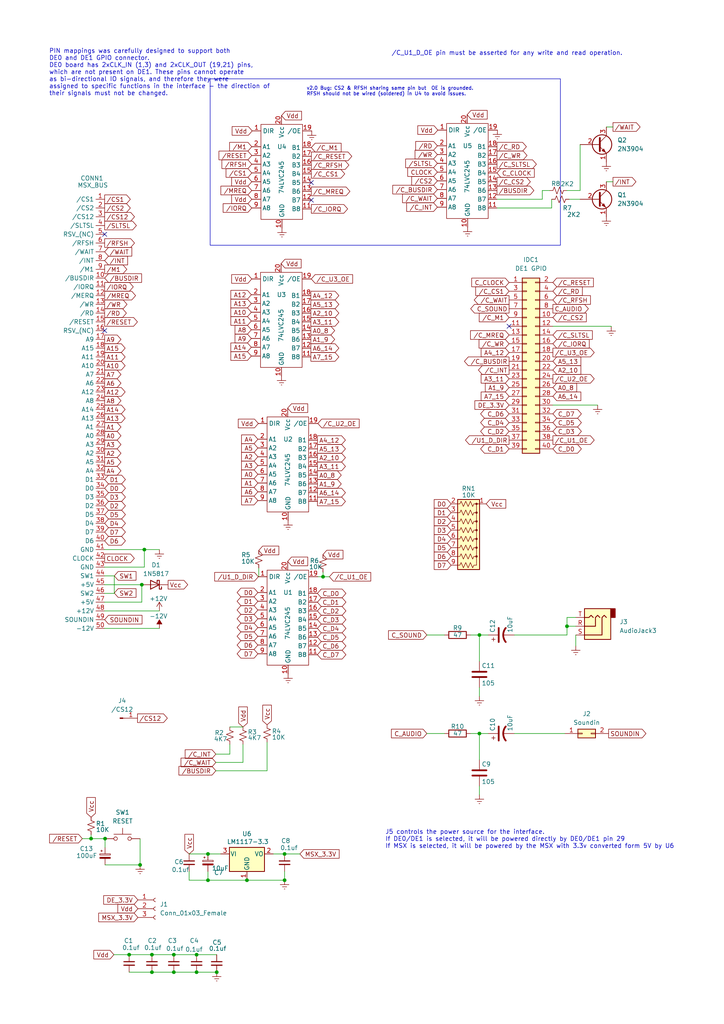
<source format=kicad_sch>
(kicad_sch (version 20231120) (generator "eeschema") (generator_version "8.0")
  (paper "A4" portrait)
  (title_block (title "MSX FPGA Hat") (date "2024-02-03") (rev "2.01") (company "RCC @ 2024") (comment 1 "to 3.3v systems with voltage conversion") (comment 2 "Cartridge for MSX Computers that expose the MSX BUS") (comment 3 "IDC connector pinout mapped for Altera DE1 FPGA Development Board") (comment 4 "Designed for MSX and Terasic DE0 & DE1"))
  (lib_symbols
    (symbol "74LVC245A_1"
      (property "Reference" "U" (at 0 0 0))
      (property "Value" "74LVC245A_1" (at 0 0 0))
      (symbol "74LVC245A_1_1_1"
        (pin input line (at -67.183 87.63 0) (length 2.54) (name "DIR") (number "1"))
        (pin power_in line (at -58.547 59.436 90) (length 2.54) (name "GND") (number "10"))
        (pin bidirectional line (at -50.038 65.024 180) (length 2.54) (name "B8") (number "11"))
        (pin bidirectional line (at -50.038 67.564 180) (length 2.54) (name "B7") (number "12"))
        (pin bidirectional line (at -50.038 70.104 180) (length 2.54) (name "B6") (number "13"))
        (pin bidirectional line (at -50.038 72.644 180) (length 2.54) (name "B5") (number "14"))
        (pin bidirectional line (at -50.038 75.184 180) (length 2.54) (name "B4") (number "15"))
        (pin bidirectional line (at -50.038 77.724 180) (length 2.54) (name "B3") (number "16"))
        (pin bidirectional line (at -50.038 80.264 180) (length 2.54) (name "B2") (number "17"))
        (pin bidirectional line (at -50.038 82.804 180) (length 2.54) (name "B1") (number "18"))
        (pin input line (at -49.911 87.63 180) (length 2.54) (name "/OE") (number "19"))
        (pin bidirectional line (at -67.31 83.058 0) (length 2.54) (name "A1") (number "2"))
        (pin power_in line (at -58.674 92.075 270) (length 2.54) (name "Vcc") (number "20"))
        (pin bidirectional line (at -67.31 80.518 0) (length 2.54) (name "A2") (number "3"))
        (pin bidirectional line (at -67.31 77.978 0) (length 2.54) (name "A3") (number "4"))
        (pin bidirectional line (at -67.31 75.438 0) (length 2.54) (name "A4") (number "5"))
        (pin bidirectional line (at -67.31 72.898 0) (length 2.54) (name "A5") (number "6"))
        (pin bidirectional line (at -67.31 70.358 0) (length 2.54) (name "A6") (number "7"))
        (pin bidirectional line (at -67.31 67.818 0) (length 2.54) (name "A7") (number "8"))
        (pin bidirectional line (at -67.31 65.278 0) (length 2.54) (name "A8") (number "9"))
      )
    )
    (symbol "74LVC245A_2"
      (property "Reference" "U" (at 0 0 0))
      (property "Value" "74LVC245A_2" (at 0 0 0))
      (symbol "74LVC245A_2_1_1"
        (pin input line (at -67.183 87.63 0) (length 2.54) (name "DIR") (number "1"))
        (pin power_in line (at -58.547 59.436 90) (length 2.54) (name "GND") (number "10"))
        (pin bidirectional line (at -50.038 65.024 180) (length 2.54) (name "B8") (number "11"))
        (pin bidirectional line (at -50.038 67.564 180) (length 2.54) (name "B7") (number "12"))
        (pin bidirectional line (at -50.038 70.104 180) (length 2.54) (name "B6") (number "13"))
        (pin bidirectional line (at -50.038 72.644 180) (length 2.54) (name "B5") (number "14"))
        (pin bidirectional line (at -50.038 75.184 180) (length 2.54) (name "B4") (number "15"))
        (pin bidirectional line (at -50.038 77.724 180) (length 2.54) (name "B3") (number "16"))
        (pin bidirectional line (at -50.038 80.264 180) (length 2.54) (name "B2") (number "17"))
        (pin bidirectional line (at -50.038 82.804 180) (length 2.54) (name "B1") (number "18"))
        (pin input line (at -49.911 87.63 180) (length 2.54) (name "/OE") (number "19"))
        (pin bidirectional line (at -67.31 83.058 0) (length 2.54) (name "A1") (number "2"))
        (pin power_in line (at -58.674 92.075 270) (length 2.54) (name "Vcc") (number "20"))
        (pin bidirectional line (at -67.31 80.518 0) (length 2.54) (name "A2") (number "3"))
        (pin bidirectional line (at -67.31 77.978 0) (length 2.54) (name "A3") (number "4"))
        (pin bidirectional line (at -67.31 75.438 0) (length 2.54) (name "A4") (number "5"))
        (pin bidirectional line (at -67.31 72.898 0) (length 2.54) (name "A5") (number "6"))
        (pin bidirectional line (at -67.31 70.358 0) (length 2.54) (name "A6") (number "7"))
        (pin bidirectional line (at -67.31 67.818 0) (length 2.54) (name "A7") (number "8"))
        (pin bidirectional line (at -67.31 65.278 0) (length 2.54) (name "A8") (number "9"))
      )
    )
    (symbol "74LVC245A_3"
      (property "Reference" "U" (at 0 0 0))
      (property "Value" "74LVC245A_3" (at 0 0 0))
      (symbol "74LVC245A_3_1_1"
        (pin input line (at -67.183 87.63 0) (length 2.54) (name "DIR") (number "1"))
        (pin power_in line (at -58.547 59.436 90) (length 2.54) (name "GND") (number "10"))
        (pin bidirectional line (at -50.038 65.024 180) (length 2.54) (name "B8") (number "11"))
        (pin bidirectional line (at -50.038 67.564 180) (length 2.54) (name "B7") (number "12"))
        (pin bidirectional line (at -50.038 70.104 180) (length 2.54) (name "B6") (number "13"))
        (pin bidirectional line (at -50.038 72.644 180) (length 2.54) (name "B5") (number "14"))
        (pin bidirectional line (at -50.038 75.184 180) (length 2.54) (name "B4") (number "15"))
        (pin bidirectional line (at -50.038 77.724 180) (length 2.54) (name "B3") (number "16"))
        (pin bidirectional line (at -50.038 80.264 180) (length 2.54) (name "B2") (number "17"))
        (pin bidirectional line (at -50.038 82.804 180) (length 2.54) (name "B1") (number "18"))
        (pin input line (at -49.911 87.63 180) (length 2.54) (name "/OE") (number "19"))
        (pin bidirectional line (at -67.31 83.058 0) (length 2.54) (name "A1") (number "2"))
        (pin power_in line (at -58.674 92.075 270) (length 2.54) (name "Vcc") (number "20"))
        (pin bidirectional line (at -67.31 80.518 0) (length 2.54) (name "A2") (number "3"))
        (pin bidirectional line (at -67.31 77.978 0) (length 2.54) (name "A3") (number "4"))
        (pin bidirectional line (at -67.31 75.438 0) (length 2.54) (name "A4") (number "5"))
        (pin bidirectional line (at -67.31 72.898 0) (length 2.54) (name "A5") (number "6"))
        (pin bidirectional line (at -67.31 70.358 0) (length 2.54) (name "A6") (number "7"))
        (pin bidirectional line (at -67.31 67.818 0) (length 2.54) (name "A7") (number "8"))
        (pin bidirectional line (at -67.31 65.278 0) (length 2.54) (name "A8") (number "9"))
      )
    )
    (symbol "74LVC245A_4"
      (property "Reference" "U" (at 0 0 0))
      (property "Value" "74LVC245A_4" (at 0 0 0))
      (symbol "74LVC245A_4_1_1"
        (pin input line (at -67.183 87.63 0) (length 2.54) (name "DIR") (number "1"))
        (pin power_in line (at -58.547 59.436 90) (length 2.54) (name "GND") (number "10"))
        (pin bidirectional line (at -50.038 65.024 180) (length 2.54) (name "B8") (number "11"))
        (pin bidirectional line (at -50.038 67.564 180) (length 2.54) (name "B7") (number "12"))
        (pin bidirectional line (at -50.038 70.104 180) (length 2.54) (name "B6") (number "13"))
        (pin bidirectional line (at -50.038 72.644 180) (length 2.54) (name "B5") (number "14"))
        (pin bidirectional line (at -50.038 75.184 180) (length 2.54) (name "B4") (number "15"))
        (pin bidirectional line (at -50.038 77.724 180) (length 2.54) (name "B3") (number "16"))
        (pin bidirectional line (at -50.038 80.264 180) (length 2.54) (name "B2") (number "17"))
        (pin bidirectional line (at -50.038 82.804 180) (length 2.54) (name "B1") (number "18"))
        (pin input line (at -49.911 87.63 180) (length 2.54) (name "/OE") (number "19"))
        (pin bidirectional line (at -67.31 83.058 0) (length 2.54) (name "A1") (number "2"))
        (pin power_in line (at -58.674 92.075 270) (length 2.54) (name "Vcc") (number "20"))
        (pin bidirectional line (at -67.31 80.518 0) (length 2.54) (name "A2") (number "3"))
        (pin bidirectional line (at -67.31 77.978 0) (length 2.54) (name "A3") (number "4"))
        (pin bidirectional line (at -67.31 75.438 0) (length 2.54) (name "A4") (number "5"))
        (pin bidirectional line (at -67.31 72.898 0) (length 2.54) (name "A5") (number "6"))
        (pin bidirectional line (at -67.31 70.358 0) (length 2.54) (name "A6") (number "7"))
        (pin bidirectional line (at -67.31 67.818 0) (length 2.54) (name "A7") (number "8"))
        (pin bidirectional line (at -67.31 65.278 0) (length 2.54) (name "A8") (number "9"))
      )
    )
    (symbol "Connector:Conn_01x01_Pin" (pin_names (offset 1.016) hide)
      (property "Reference" "J" (at 0 2.54 0))
      (property "Value" "Conn_01x01_Pin" (at 0 -2.54 0))
      (symbol "Conn_01x01_Pin_1_1"
        (pin passive line (at 5.08 0 180) (length 3.81) (name "Pin_1") (number "1"))
      )
    )
    (symbol "Connector:Conn_01x03_Female" (pin_names (offset 1.016) hide)
      (property "Reference" "J" (at 0 5.08 0))
      (property "Value" "Conn_01x03_Female" (at 0 -5.08 0))
      (symbol "Conn_01x03_Female_1_1"
        (pin passive line (at -5.08 2.54 0) (length 3.81) (name "Pin_1") (number "1"))
        (pin passive line (at -5.08 0 0) (length 3.81) (name "Pin_2") (number "2"))
        (pin passive line (at -5.08 -2.54 0) (length 3.81) (name "Pin_3") (number "3"))
      )
    )
    (symbol "Connector_Audio:AudioJack3"
      (property "Reference" "J" (at 0 8.89 0))
      (property "Value" "AudioJack3" (at 0 6.35 0))
      (symbol "AudioJack3_1_1"
        (pin passive line (at 5.08 0 180) (length 2.54) (name "~") (number "R"))
        (pin passive line (at 5.08 2.54 180) (length 2.54) (name "~") (number "S"))
        (pin passive line (at 5.08 -2.54 180) (length 2.54) (name "~") (number "T"))
      )
    )
    (symbol "Connector_Generic:Conn_02x01" (pin_names (offset 1.016) hide)
      (property "Reference" "J" (at 1.27 2.54 0))
      (property "Value" "Conn_02x01" (at 1.27 -2.54 0))
      (symbol "Conn_02x01_1_1"
        (pin passive line (at -5.08 0 0) (length 3.81) (name "Pin_1") (number "1"))
        (pin passive line (at 7.62 0 180) (length 3.81) (name "Pin_2") (number "2"))
      )
    )
    (symbol "Connector_Generic:Conn_02x20_Odd_Even" (pin_names (offset 1.016) hide)
      (property "Reference" "J" (at 1.27 25.4 0))
      (property "Value" "Conn_02x20_Odd_Even" (at 1.27 -27.94 0))
      (symbol "Conn_02x20_Odd_Even_1_1"
        (pin passive line (at -5.08 22.86 0) (length 3.81) (name "Pin_1") (number "1"))
        (pin passive line (at 7.62 12.7 180) (length 3.81) (name "Pin_10") (number "10"))
        (pin passive line (at -5.08 10.16 0) (length 3.81) (name "Pin_11") (number "11"))
        (pin passive line (at 7.62 10.16 180) (length 3.81) (name "Pin_12") (number "12"))
        (pin passive line (at -5.08 7.62 0) (length 3.81) (name "Pin_13") (number "13"))
        (pin passive line (at 7.62 7.62 180) (length 3.81) (name "Pin_14") (number "14"))
        (pin passive line (at -5.08 5.08 0) (length 3.81) (name "Pin_15") (number "15"))
        (pin passive line (at 7.62 5.08 180) (length 3.81) (name "Pin_16") (number "16"))
        (pin passive line (at -5.08 2.54 0) (length 3.81) (name "Pin_17") (number "17"))
        (pin passive line (at 7.62 2.54 180) (length 3.81) (name "Pin_18") (number "18"))
        (pin passive line (at -5.08 0 0) (length 3.81) (name "Pin_19") (number "19"))
        (pin passive line (at 7.62 22.86 180) (length 3.81) (name "Pin_2") (number "2"))
        (pin passive line (at 7.62 0 180) (length 3.81) (name "Pin_20") (number "20"))
        (pin passive line (at -5.08 -2.54 0) (length 3.81) (name "Pin_21") (number "21"))
        (pin passive line (at 7.62 -2.54 180) (length 3.81) (name "Pin_22") (number "22"))
        (pin passive line (at -5.08 -5.08 0) (length 3.81) (name "Pin_23") (number "23"))
        (pin passive line (at 7.62 -5.08 180) (length 3.81) (name "Pin_24") (number "24"))
        (pin passive line (at -5.08 -7.62 0) (length 3.81) (name "Pin_25") (number "25"))
        (pin passive line (at 7.62 -7.62 180) (length 3.81) (name "Pin_26") (number "26"))
        (pin passive line (at -5.08 -10.16 0) (length 3.81) (name "Pin_27") (number "27"))
        (pin passive line (at 7.62 -10.16 180) (length 3.81) (name "Pin_28") (number "28"))
        (pin passive line (at -5.08 -12.7 0) (length 3.81) (name "Pin_29") (number "29"))
        (pin passive line (at -5.08 20.32 0) (length 3.81) (name "Pin_3") (number "3"))
        (pin passive line (at 7.62 -12.7 180) (length 3.81) (name "Pin_30") (number "30"))
        (pin passive line (at -5.08 -15.24 0) (length 3.81) (name "Pin_31") (number "31"))
        (pin passive line (at 7.62 -15.24 180) (length 3.81) (name "Pin_32") (number "32"))
        (pin passive line (at -5.08 -17.78 0) (length 3.81) (name "Pin_33") (number "33"))
        (pin passive line (at 7.62 -17.78 180) (length 3.81) (name "Pin_34") (number "34"))
        (pin passive line (at -5.08 -20.32 0) (length 3.81) (name "Pin_35") (number "35"))
        (pin passive line (at 7.62 -20.32 180) (length 3.81) (name "Pin_36") (number "36"))
        (pin passive line (at -5.08 -22.86 0) (length 3.81) (name "Pin_37") (number "37"))
        (pin passive line (at 7.62 -22.86 180) (length 3.81) (name "Pin_38") (number "38"))
        (pin passive line (at -5.08 -25.4 0) (length 3.81) (name "Pin_39") (number "39"))
        (pin passive line (at 7.62 20.32 180) (length 3.81) (name "Pin_4") (number "4"))
        (pin passive line (at 7.62 -25.4 180) (length 3.81) (name "Pin_40") (number "40"))
        (pin passive line (at -5.08 17.78 0) (length 3.81) (name "Pin_5") (number "5"))
        (pin passive line (at 7.62 17.78 180) (length 3.81) (name "Pin_6") (number "6"))
        (pin passive line (at -5.08 15.24 0) (length 3.81) (name "Pin_7") (number "7"))
        (pin passive line (at 7.62 15.24 180) (length 3.81) (name "Pin_8") (number "8"))
        (pin passive line (at -5.08 12.7 0) (length 3.81) (name "Pin_9") (number "9"))
      )
    )
    (symbol "Device:C" (pin_numbers hide) (pin_names (offset 0.254))
      (property "Reference" "C" (at 0.635 2.54 0))
      (property "Value" "C" (at 0.635 -2.54 0))
      (symbol "C_1_1"
        (pin passive line (at 0 3.81 270) (length 2.794) (name "~") (number "1"))
        (pin passive line (at 0 -3.81 90) (length 2.794) (name "~") (number "2"))
      )
    )
    (symbol "Device:C_Polarized_Small" (pin_numbers hide) (pin_names (offset 0.254) hide)
      (property "Reference" "C" (at 0.254 1.778 0))
      (property "Value" "C_Polarized_Small" (at 0.254 -2.032 0))
      (symbol "C_Polarized_Small_1_1"
        (pin passive line (at 0 2.54 270) (length 1.8542) (name "~") (number "1"))
        (pin passive line (at 0 -2.54 90) (length 1.8542) (name "~") (number "2"))
      )
    )
    (symbol "Device:C_Small" (pin_numbers hide) (pin_names (offset 0.254) hide)
      (property "Reference" "C" (at 0.254 1.778 0))
      (property "Value" "C_Small" (at 0.254 -2.032 0))
      (symbol "C_Small_1_1"
        (pin passive line (at 0 2.54 270) (length 2.032) (name "~") (number "1"))
        (pin passive line (at 0 -2.54 90) (length 2.032) (name "~") (number "2"))
      )
    )
    (symbol "Device:R" (pin_numbers hide) (pin_names (offset 0))
      (property "Reference" "R" (at 2.032 0 90))
      (property "Value" "R" (at 0 0 90))
      (symbol "R_1_1"
        (pin passive line (at 0 3.81 270) (length 1.27) (name "~") (number "1"))
        (pin passive line (at 0 -3.81 90) (length 1.27) (name "~") (number "2"))
      )
    )
    (symbol "Device:R_Network08_US" (pin_names (offset 0) hide)
      (property "Reference" "RN" (at -12.7 0 90))
      (property "Value" "R_Network08_US" (at 10.16 0 90))
      (symbol "R_Network08_US_1_1"
        (pin passive line (at -10.16 5.08 270) (length 2.54) (name "common") (number "1"))
        (pin passive line (at -10.16 -5.08 90) (length 1.27) (name "R1") (number "2"))
        (pin passive line (at -7.62 -5.08 90) (length 1.27) (name "R2") (number "3"))
        (pin passive line (at -5.08 -5.08 90) (length 1.27) (name "R3") (number "4"))
        (pin passive line (at -2.54 -5.08 90) (length 1.27) (name "R4") (number "5"))
        (pin passive line (at 0 -5.08 90) (length 1.27) (name "R5") (number "6"))
        (pin passive line (at 2.54 -5.08 90) (length 1.27) (name "R6") (number "7"))
        (pin passive line (at 5.08 -5.08 90) (length 1.27) (name "R7") (number "8"))
        (pin passive line (at 7.62 -5.08 90) (length 1.27) (name "R8") (number "9"))
      )
    )
    (symbol "Device:R_Small_US" (pin_numbers hide) (pin_names (offset 0.254) hide)
      (property "Reference" "R" (at 0.762 0.508 0))
      (property "Value" "R_Small_US" (at 0.762 -1.016 0))
      (symbol "R_Small_US_1_1"
        (pin passive line (at 0 2.54 270) (length 1.016) (name "~") (number "1"))
        (pin passive line (at 0 -2.54 90) (length 1.016) (name "~") (number "2"))
      )
    )
    (symbol "Diode:1N5817" (pin_numbers hide) (pin_names (offset 1.016) hide)
      (property "Reference" "D" (at 0 2.54 0))
      (property "Value" "1N5817" (at 0 -2.54 0))
      (symbol "1N5817_1_1"
        (pin passive line (at -3.81 0 0) (length 2.54) (name "K") (number "1"))
        (pin passive line (at 3.81 0 180) (length 2.54) (name "A") (number "2"))
      )
    )
    (symbol "Omega-Mainboard-rescue:CP1-Device" (pin_numbers hide) (pin_names (offset 0.254) hide)
      (property "Reference" "C" (at 0.635 2.54 0))
      (property "Value" "Device_CP1" (at 0.635 -2.54 0))
      (symbol "CP1-Device_1_1"
        (pin passive line (at 0 3.81 270) (length 2.794) (name "~") (number "1"))
        (pin passive line (at 0 -3.81 90) (length 3.302) (name "~") (number "2"))
      )
    )
    (symbol "Regulator_Linear:LM1117-3.3" (pin_names (offset 0.254))
      (property "Reference" "U" (at -3.81 3.175 0))
      (property "Value" "LM1117-3.3" (at 0 3.175 0))
      (symbol "LM1117-3.3_1_1"
        (pin power_in line (at 0 -7.62 90) (length 2.54) (name "GND") (number "1"))
        (pin power_out line (at 7.62 0 180) (length 2.54) (name "VO") (number "2"))
        (pin power_in line (at -7.62 0 0) (length 2.54) (name "VI") (number "3"))
      )
    )
    (symbol "Roni:74LVC245A"
      (property "Reference" "U" (at 0 0 0))
      (property "Value" "74LVC245A" (at 0 0 0))
      (symbol "74LVC245A_1_1"
        (pin input line (at -67.183 87.63 0) (length 2.54) (name "DIR") (number "1"))
        (pin power_in line (at -58.547 59.436 90) (length 2.54) (name "GND") (number "10"))
        (pin bidirectional line (at -50.038 65.024 180) (length 2.54) (name "B8") (number "11"))
        (pin bidirectional line (at -50.038 67.564 180) (length 2.54) (name "B7") (number "12"))
        (pin bidirectional line (at -50.038 70.104 180) (length 2.54) (name "B6") (number "13"))
        (pin bidirectional line (at -50.038 72.644 180) (length 2.54) (name "B5") (number "14"))
        (pin bidirectional line (at -50.038 75.184 180) (length 2.54) (name "B4") (number "15"))
        (pin bidirectional line (at -50.038 77.724 180) (length 2.54) (name "B3") (number "16"))
        (pin bidirectional line (at -50.038 80.264 180) (length 2.54) (name "B2") (number "17"))
        (pin bidirectional line (at -50.038 82.804 180) (length 2.54) (name "B1") (number "18"))
        (pin input line (at -49.911 87.63 180) (length 2.54) (name "/OE") (number "19"))
        (pin bidirectional line (at -67.31 83.058 0) (length 2.54) (name "A1") (number "2"))
        (pin power_in line (at -58.674 92.075 270) (length 2.54) (name "Vcc") (number "20"))
        (pin bidirectional line (at -67.31 80.518 0) (length 2.54) (name "A2") (number "3"))
        (pin bidirectional line (at -67.31 77.978 0) (length 2.54) (name "A3") (number "4"))
        (pin bidirectional line (at -67.31 75.438 0) (length 2.54) (name "A4") (number "5"))
        (pin bidirectional line (at -67.31 72.898 0) (length 2.54) (name "A5") (number "6"))
        (pin bidirectional line (at -67.31 70.358 0) (length 2.54) (name "A6") (number "7"))
        (pin bidirectional line (at -67.31 67.818 0) (length 2.54) (name "A7") (number "8"))
        (pin bidirectional line (at -67.31 65.278 0) (length 2.54) (name "A8") (number "9"))
      )
    )
    (symbol "Roni:MSX_BUS"
      (property "Reference" "U" (at 0 0 0))
      (property "Value" "MSX_BUS" (at 0 0 0))
      (symbol "MSX_BUS_1_1"
        (pin output line (at -67.945 88.392 180) (length 2.54) (name "/CS1") (number "1"))
        (pin output line (at -67.945 65.532 180) (length 2.54) (name "/BUSDIR") (number "10"))
        (pin output line (at -67.945 62.992 180) (length 2.54) (name "/IORQ") (number "11"))
        (pin output line (at -67.945 60.452 180) (length 2.54) (name "/MERQ") (number "12"))
        (pin output line (at -67.945 57.912 180) (length 2.54) (name "/WR") (number "13"))
        (pin output line (at -67.945 55.372 180) (length 2.54) (name "/RD") (number "14"))
        (pin input line (at -67.945 52.832 180) (length 2.54) (name "/RESET") (number "15"))
        (pin output line (at -67.945 50.292 180) (length 2.54) (name "RSV_(NC)") (number "16"))
        (pin output line (at -67.945 47.752 180) (length 2.54) (name "A9") (number "17"))
        (pin output line (at -67.945 45.212 180) (length 2.54) (name "A15") (number "18"))
        (pin output line (at -67.945 42.672 180) (length 2.54) (name "A11") (number "19"))
        (pin output line (at -67.945 85.852 180) (length 2.54) (name "/CS2") (number "2"))
        (pin output line (at -67.945 40.132 180) (length 2.54) (name "A10") (number "20"))
        (pin output line (at -67.945 37.592 180) (length 2.54) (name "A7") (number "21"))
        (pin output line (at -67.945 35.052 180) (length 2.54) (name "A6") (number "22"))
        (pin output line (at -67.945 32.512 180) (length 2.54) (name "A12") (number "23"))
        (pin output line (at -67.945 29.972 180) (length 2.54) (name "A8") (number "24"))
        (pin output line (at -67.945 27.432 180) (length 2.54) (name "A14") (number "25"))
        (pin output line (at -67.945 24.892 180) (length 2.54) (name "A13") (number "26"))
        (pin output line (at -67.945 22.352 180) (length 2.54) (name "A1") (number "27"))
        (pin output line (at -67.945 19.812 180) (length 2.54) (name "A0") (number "28"))
        (pin output line (at -67.945 17.272 180) (length 2.54) (name "A3") (number "29"))
        (pin output line (at -67.945 83.312 180) (length 2.54) (name "/CS12") (number "3"))
        (pin output line (at -67.945 14.732 180) (length 2.54) (name "A2") (number "30"))
        (pin output line (at -67.945 12.192 180) (length 2.54) (name "A5") (number "31"))
        (pin output line (at -67.945 9.652 180) (length 2.54) (name "A4") (number "32"))
        (pin output line (at -67.945 7.112 180) (length 2.54) (name "D1") (number "33"))
        (pin output line (at -67.945 4.572 180) (length 2.54) (name "D0") (number "34"))
        (pin output line (at -67.945 2.032 180) (length 2.54) (name "D3") (number "35"))
        (pin output line (at -67.945 -0.508 180) (length 2.54) (name "D2") (number "36"))
        (pin output line (at -67.945 -3.048 180) (length 2.54) (name "D5") (number "37"))
        (pin output line (at -67.945 -5.588 180) (length 2.54) (name "D4") (number "38"))
        (pin output line (at -67.945 -8.128 180) (length 2.54) (name "D7") (number "39"))
        (pin output line (at -67.945 80.772 180) (length 2.54) (name "/SLTSL") (number "4"))
        (pin output line (at -67.945 -10.668 180) (length 2.54) (name "D6") (number "40"))
        (pin output line (at -67.945 -13.208 180) (length 2.54) (name "GND") (number "41"))
        (pin output line (at -67.945 -15.748 180) (length 2.54) (name "CLOCK") (number "42"))
        (pin output line (at -67.945 -18.288 180) (length 2.54) (name "GND") (number "43"))
        (pin output line (at -67.945 -20.828 180) (length 2.54) (name "SW1") (number "44"))
        (pin output line (at -67.945 -23.368 180) (length 2.54) (name "+5V") (number "45"))
        (pin output line (at -67.945 -25.908 180) (length 2.54) (name "SW2") (number "46"))
        (pin output line (at -67.945 -28.448 180) (length 2.54) (name "+5V") (number "47"))
        (pin output line (at -67.945 -30.988 180) (length 2.54) (name "+12V") (number "48"))
        (pin output line (at -67.945 -33.528 180) (length 2.54) (name "SOUNDIN") (number "49"))
        (pin output line (at -67.945 78.232 180) (length 2.54) (name "RSV_(NC)") (number "5"))
        (pin output line (at -67.945 -36.068 180) (length 2.54) (name "-12V") (number "50"))
        (pin output line (at -67.945 75.692 180) (length 2.54) (name "/RFSH") (number "6"))
        (pin output line (at -67.945 73.152 180) (length 2.54) (name "/WAIT") (number "7"))
        (pin output line (at -67.945 70.612 180) (length 2.54) (name "/INT") (number "8"))
        (pin output line (at -67.945 68.072 180) (length 2.54) (name "/M1") (number "9"))
      )
    )
    (symbol "Switch:SW_Push" (pin_numbers hide) (pin_names (offset 1.016) hide)
      (property "Reference" "SW" (at 1.27 2.54 0))
      (property "Value" "SW_Push" (at 0 -1.524 0))
      (symbol "SW_Push_0_1"
        (pin passive line (at -5.08 0 0) (length 2.54) (name "1") (number "1"))
        (pin passive line (at 5.08 0 180) (length 2.54) (name "2") (number "2"))
      )
    )
    (symbol "Transistor_BJT:2N3904" (pin_names (offset 0) hide)
      (property "Reference" "Q" (at 5.08 1.905 0))
      (property "Value" "2N3904" (at 5.08 0 0))
      (symbol "2N3904_1_1"
        (pin passive line (at 2.54 -5.08 90) (length 2.54) (name "E") (number "1"))
        (pin passive line (at -5.08 0 0) (length 5.715) (name "B") (number "2"))
        (pin passive line (at 2.54 5.08 270) (length 2.54) (name "C") (number "3"))
      )
    )
    (symbol "power:+12V" (power) (pin_names (offset 0))
      (property "Value" "+12V" (at 0 3.556 0))
      (symbol "+12V_1_1"
        (pin power_in line (at 0 0 90) (length 0) hide (name "+12V") (number "1"))
      )
    )
    (symbol "power:-12V" (power) (pin_names (offset 0))
      (property "Value" "-12V" (at 0 3.81 0))
      (symbol "-12V_0_0"
        (pin power_in line (at 0 0 90) (length 0) hide (name "-12V") (number "1"))
      )
    )
    (symbol "power:GNDREF" (power) (pin_names (offset 0))
      (property "Value" "GNDREF" (at 0 -3.81 0))
      (symbol "GNDREF_1_1"
        (pin power_in line (at 0 0 270) (length 0) hide (name "GNDREF") (number "1"))
      )
    )
  )
  (junction (at 71.628 255.27))
  (junction (at 57.023 276.86))
  (junction (at 41.1361 169.5681))
  (junction (at 30.48 243.205))
  (junction (at 139.065 212.725))
  (junction (at 50.419 276.86))
  (junction (at 37.465 276.86))
  (junction (at 44.069 276.86))
  (junction (at 50.419 281.94))
  (junction (at 164.465 181.61))
  (junction (at 62.865 281.94))
  (junction (at 60.325 255.27))
  (junction (at 82.55 255.27))
  (junction (at 44.069 281.94))
  (junction (at 40.64 250.825))
  (junction (at 82.55 247.65))
  (junction (at 60.325 247.65))
  (junction (at 93.6997 167.259))
  (junction (at 26.416 243.205))
  (junction (at 139.065 184.15))
  (junction (at 41.8757 159.385))
  (junction (at 57.023 281.94))
  (no_connect (at 90.297 58.039))
  (no_connect (at 30.353 67.945))
  (no_connect (at 30.353 95.885))
  (no_connect (at 147.6734 94.615))
  (no_connect (at 90.297 52.959))
  (wire (pts (xy 164.465 179.07) (xy 164.465 181.61)))
  (wire (pts (xy 62.611 223.52) (xy 77.47 223.52)))
  (wire (pts (xy 82.55 255.27) (xy 82.55 252.73)))
  (wire (pts (xy 77.47 223.52) (xy 77.47 215.265)))
  (wire (pts (xy 54.864 255.27) (xy 60.325 255.27)))
  (wire (pts (xy 160.3734 94.615) (xy 177.292 94.615)))
  (wire (pts (xy 136.525 212.725) (xy 139.065 212.725)))
  (wire (pts (xy 175.895 36.83) (xy 177.8 36.83)))
  (wire (pts (xy 57.023 276.86) (xy 62.865 276.86)))
  (wire (pts (xy 139.065 220.345) (xy 139.065 212.725)))
  (wire (pts (xy 60.325 247.65) (xy 64.008 247.65)))
  (wire (pts (xy 41.8757 164.465) (xy 41.8757 159.385)))
  (wire (pts (xy 41.8757 159.385) (xy 46.228 159.385)))
  (wire (pts (xy 30.353 169.5681) (xy 30.353 169.545)))
  (wire (pts (xy 66.675 210.82) (xy 70.485 210.82)))
  (wire (pts (xy 41.1361 169.5681) (xy 41.1361 174.625)))
  (wire (pts (xy 50.419 276.86) (xy 57.023 276.86)))
  (wire (pts (xy 57.023 281.94) (xy 62.865 281.94)))
  (wire (pts (xy 23.876 243.205) (xy 26.416 243.205)))
  (wire (pts (xy 44.069 276.86) (xy 50.419 276.86)))
  (wire (pts (xy 123.825 184.15) (xy 128.905 184.15)))
  (wire (pts (xy 37.465 276.86) (xy 44.069 276.86)))
  (wire (pts (xy 30.353 182.245) (xy 46.228 182.245)))
  (wire (pts (xy 175.895 52.705) (xy 177.8 52.705)))
  (wire (pts (xy 41.1361 169.5681) (xy 30.353 169.5681)))
  (wire (pts (xy 149.225 212.725) (xy 163.83 212.725)))
  (wire (pts (xy 93.6997 165.9197) (xy 93.6758 165.9197)))
  (wire (pts (xy 165.1 57.785) (xy 168.275 57.785)))
  (wire (pts (xy 75.057 164.719) (xy 75.057 167.259)))
  (wire (pts (xy 70.485 215.9) (xy 70.485 221.107)))
  (wire (pts (xy 160.3734 117.475) (xy 173.355 117.475)))
  (wire (pts (xy 167.005 179.07) (xy 164.465 179.07)))
  (wire (pts (xy 30.48 250.825) (xy 40.64 250.825)))
  (wire (pts (xy 40.64 250.825) (xy 40.64 243.205)))
  (wire (pts (xy 177.292 94.615) (xy 177.292 94.742)))
  (wire (pts (xy 164.465 184.15) (xy 164.465 181.61)))
  (wire (pts (xy 79.248 247.65) (xy 82.55 247.65)))
  (wire (pts (xy 139.065 227.965) (xy 139.065 230.505)))
  (wire (pts (xy 30.353 177.165) (xy 46.228 177.165)))
  (wire (pts (xy 75.057 167.259) (xy 74.93 167.259)))
  (wire (pts (xy 33.1542 172.085) (xy 30.353 172.085)))
  (wire (pts (xy 167.005 184.15) (xy 167.005 187.325)))
  (wire (pts (xy 139.065 199.39) (xy 139.065 201.93)))
  (wire (pts (xy 139.065 212.725) (xy 141.605 212.725)))
  (wire (pts (xy 139.065 184.15) (xy 141.605 184.15)))
  (wire (pts (xy 123.825 212.725) (xy 128.905 212.725)))
  (wire (pts (xy 30.353 167.005) (xy 33.1542 167.005)))
  (wire (pts (xy 93.6997 167.259) (xy 95.5534 167.259)))
  (wire (pts (xy 93.6997 167.259) (xy 93.6997 165.9197)))
  (wire (pts (xy 26.416 243.205) (xy 26.416 242.062)))
  (wire (pts (xy 62.611 218.694) (xy 66.675 218.694)))
  (wire (pts (xy 71.628 255.27) (xy 82.55 255.27)))
  (wire (pts (xy 157.3 55.245) (xy 159.385 55.245)))
  (wire (pts (xy 60.325 255.27) (xy 71.628 255.27)))
  (wire (pts (xy 160.02 60.325) (xy 160.02 57.785)))
  (wire (pts (xy 164.465 181.61) (xy 167.005 181.61)))
  (wire (pts (xy 66.675 215.9) (xy 66.675 218.694)))
  (wire (pts (xy 44.069 281.94) (xy 50.419 281.94)))
  (wire (pts (xy 30.353 164.465) (xy 41.8757 164.465)))
  (wire (pts (xy 157.3 57.785) (xy 157.3 55.245)))
  (wire (pts (xy 30.353 159.385) (xy 41.8757 159.385)))
  (wire (pts (xy 136.525 184.15) (xy 139.065 184.15)))
  (wire (pts (xy 30.48 243.205) (xy 26.416 243.205)))
  (wire (pts (xy 139.065 191.77) (xy 139.065 184.15)))
  (wire (pts (xy 62.611 221.107) (xy 70.485 221.107)))
  (wire (pts (xy 33.0304 276.86) (xy 37.465 276.86)))
  (wire (pts (xy 33.1542 167.005) (xy 33.1542 172.085)))
  (wire (pts (xy 73.152 37.9627) (xy 73.152 37.973)))
  (wire (pts (xy 149.225 184.15) (xy 164.465 184.15)))
  (wire (pts (xy 54.864 247.65) (xy 60.325 247.65)))
  (wire (pts (xy 144.145 57.785) (xy 157.3 57.785)))
  (wire (pts (xy 37.465 281.94) (xy 44.069 281.94)))
  (wire (pts (xy 164.465 55.245) (xy 168.275 55.245)))
  (wire (pts (xy 144.145 60.325) (xy 160.02 60.325)))
  (wire (pts (xy 41.1361 174.625) (xy 30.353 174.625)))
  (wire (pts (xy 54.864 252.73) (xy 54.864 255.27)))
  (wire (pts (xy 92.202 167.259) (xy 93.6997 167.259)))
  (wire (pts (xy 168.275 55.245) (xy 168.275 41.91)))
  (wire (pts (xy 50.419 281.94) (xy 57.023 281.94)))
  (wire (pts (xy 82.55 247.65) (xy 86.995 247.65)))
  (wire (pts (xy 30.48 243.205) (xy 30.48 245.745)))
  (wire (pts (xy 60.325 252.73) (xy 60.325 255.27)))
  (rectangle (start 60.96 22.86) (end 162.56 71.12))
  (text "PIN mappings was carefully designed to support both\nDE0 and DE1 GPIO connector. \nDE0 board has 2xCLK_IN (1,3) and 2xCLK_OUT (19,21) pins,\nwhich are not present on DE1. These pins cannot operate\nas bi-directional IO signals, and therefore they were \nassigned to specific functions in the interface - the direction of \ntheir signals must not be changed.\n" (at 14.224 27.94 0) (effects (font (size 1.27 1.27)) (justify left bottom)))
  (text "/C_U1_D_OE pin must be asserted for any write and read operation.\n" (at 113.538 16.256 0) (effects (font (size 1.27 1.27)) (justify left bottom)))
  (text "J5 controls the power source for the interface.\nIf DE0/DE1 is selected, it will be powered directly by DE0/DE1 pin 29\nIf MSX is selected, it will be powered by the MSX with 3.3v converted form 5V by U6\n\n" (at 111.76 248.285 0) (effects (font (size 1.27 1.27)) (justify left bottom)))
  (text "v2.0 Bug: CS2 & RFSH sharing same pin but  OE is grounded.\nRFSH should not be wired (soldered) in U4 to avoid issues." (at 88.9 27.94 0) (effects (font (size 1 1)) (justify left bottom)))
  (global_label "Vdd" (shape input) (at 83.439 118.364 0) (property "Intersheetrefs" "${INTERSHEET_REFS}" (effects (hide yes))))
  (global_label "C_D5" (shape bidirectional) (at 160.3734 122.555 0) (property "Intersheetrefs" "${INTERSHEET_REFS}" (effects (hide yes))))
  (global_label "{slash}C_BUSDIR" (shape output) (at 147.6734 104.775 180) (property "Intersheetrefs" "${INTERSHEET_REFS}" (effects (hide yes))))
  (global_label "D4" (shape bidirectional) (at 30.353 151.765 0) (property "Intersheetrefs" "${INTERSHEET_REFS}" (effects (hide yes))))
  (global_label "A6_14" (shape output) (at 90.17 100.965 0) (property "Intersheetrefs" "${INTERSHEET_REFS}" (effects (hide yes))))
  (global_label "{slash}BUSDIR" (shape output) (at 144.145 55.245 0) (property "Intersheetrefs" "${INTERSHEET_REFS}" (effects (hide yes))))
  (global_label "A5_13" (shape output) (at 90.17 88.265 0) (property "Intersheetrefs" "${INTERSHEET_REFS}" (effects (hide yes))))
  (global_label "{slash}C_INT" (shape output) (at 147.6734 107.315 180) (property "Intersheetrefs" "${INTERSHEET_REFS}" (effects (hide yes))))
  (global_label "A2" (shape input) (at 74.803 132.461 180) (property "Intersheetrefs" "${INTERSHEET_REFS}" (effects (hide yes))))
  (global_label "{slash}MREQ" (shape input) (at 73.025 55.245 180) (property "Intersheetrefs" "${INTERSHEET_REFS}" (effects (hide yes))))
  (global_label "A14" (shape input) (at 72.898 100.711 180) (property "Intersheetrefs" "${INTERSHEET_REFS}" (effects (hide yes))))
  (global_label "{slash}C_WAIT" (shape input) (at 126.873 57.531 180) (property "Intersheetrefs" "${INTERSHEET_REFS}" (effects (hide yes))))
  (global_label "C_D2" (shape bidirectional) (at 92.075 177.165 0) (property "Intersheetrefs" "${INTERSHEET_REFS}" (effects (hide yes))))
  (global_label "{slash}C_CS1" (shape output) (at 90.297 50.419 0) (property "Intersheetrefs" "${INTERSHEET_REFS}" (effects (hide yes))))
  (global_label "SOUNDIN" (shape input) (at 30.353 179.705 0) (property "Intersheetrefs" "${INTERSHEET_REFS}" (effects (hide yes))))
  (global_label "MSX_3.3V" (shape input) (at 40.005 266.065 180) (property "Intersheetrefs" "${INTERSHEET_REFS}" (effects (hide yes))))
  (global_label "Vdd" (shape input) (at 83.439 162.814 0) (property "Intersheetrefs" "${INTERSHEET_REFS}" (effects (hide yes))))
  (global_label "Vdd" (shape input) (at 81.661 33.528 0) (property "Intersheetrefs" "${INTERSHEET_REFS}" (effects (hide yes))))
  (global_label "A12" (shape input) (at 72.898 85.471 180) (property "Intersheetrefs" "${INTERSHEET_REFS}" (effects (hide yes))))
  (global_label "{slash}CS1" (shape output) (at 30.353 57.785 0) (property "Intersheetrefs" "${INTERSHEET_REFS}" (effects (hide yes))))
  (global_label "A11" (shape output) (at 30.353 103.505 0) (property "Intersheetrefs" "${INTERSHEET_REFS}" (effects (hide yes))))
  (global_label "A0_8" (shape output) (at 92.075 137.795 0) (property "Intersheetrefs" "${INTERSHEET_REFS}" (effects (hide yes))))
  (global_label "C_D6" (shape bidirectional) (at 92.075 187.325 0) (property "Intersheetrefs" "${INTERSHEET_REFS}" (effects (hide yes))))
  (global_label "{slash}C_U3_OE" (shape input) (at 90.297 80.899 0) (property "Intersheetrefs" "${INTERSHEET_REFS}" (effects (hide yes))))
  (global_label "{slash}SLTSL" (shape input) (at 126.873 47.371 180) (property "Intersheetrefs" "${INTERSHEET_REFS}" (effects (hide yes))))
  (global_label "A9" (shape input) (at 72.898 98.171 180) (property "Intersheetrefs" "${INTERSHEET_REFS}" (effects (hide yes))))
  (global_label "SOUNDIN" (shape output) (at 176.53 212.725 0) (property "Intersheetrefs" "${INTERSHEET_REFS}" (effects (hide yes))))
  (global_label "{slash}WAIT" (shape input) (at 30.353 73.025 0) (property "Intersheetrefs" "${INTERSHEET_REFS}" (effects (hide yes))))
  (global_label "D5" (shape bidirectional) (at 30.353 149.225 0) (property "Intersheetrefs" "${INTERSHEET_REFS}" (effects (hide yes))))
  (global_label "A4_12" (shape output) (at 90.17 85.725 0) (property "Intersheetrefs" "${INTERSHEET_REFS}" (effects (hide yes))))
  (global_label "{slash}U1_D_DIR" (shape input) (at 74.93 167.259 180) (property "Intersheetrefs" "${INTERSHEET_REFS}" (effects (hide yes))))
  (global_label "A1_9" (shape input) (at 147.6734 112.395 180) (property "Intersheetrefs" "${INTERSHEET_REFS}" (effects (hide yes))))
  (global_label "A13" (shape output) (at 30.353 121.285 0) (property "Intersheetrefs" "${INTERSHEET_REFS}" (effects (hide yes))))
  (global_label "C_D0" (shape bidirectional) (at 160.3734 130.175 0) (property "Intersheetrefs" "${INTERSHEET_REFS}" (effects (hide yes))))
  (global_label "Vcc" (shape input) (at 141.0155 146.1254 0) (property "Intersheetrefs" "${INTERSHEET_REFS}" (effects (hide yes))))
  (global_label "{slash}MREQ" (shape output) (at 30.353 85.725 0) (property "Intersheetrefs" "${INTERSHEET_REFS}" (effects (hide yes))))
  (global_label "{slash}C_M1" (shape input) (at 90.297 42.799 0) (property "Intersheetrefs" "${INTERSHEET_REFS}" (effects (hide yes))))
  (global_label "A3_11" (shape output) (at 92.075 135.255 0) (property "Intersheetrefs" "${INTERSHEET_REFS}" (effects (hide yes))))
  (global_label "Vdd" (shape input) (at 73.025 80.899 180) (property "Intersheetrefs" "${INTERSHEET_REFS}" (effects (hide yes))))
  (global_label "A5_13" (shape output) (at 92.075 130.175 0) (property "Intersheetrefs" "${INTERSHEET_REFS}" (effects (hide yes))))
  (global_label "A8" (shape input) (at 72.898 95.631 180) (property "Intersheetrefs" "${INTERSHEET_REFS}" (effects (hide yes))))
  (global_label "D7" (shape bidirectional) (at 30.353 154.305 0) (property "Intersheetrefs" "${INTERSHEET_REFS}" (effects (hide yes))))
  (global_label "A5" (shape output) (at 30.353 133.985 0) (property "Intersheetrefs" "${INTERSHEET_REFS}" (effects (hide yes))))
  (global_label "A1" (shape input) (at 74.803 140.081 180) (property "Intersheetrefs" "${INTERSHEET_REFS}" (effects (hide yes))))
  (global_label "CLOCK" (shape input) (at 126.873 49.911 180) (property "Intersheetrefs" "${INTERSHEET_REFS}" (effects (hide yes))))
  (global_label "D4" (shape bidirectional) (at 74.803 181.991 180) (property "Intersheetrefs" "${INTERSHEET_REFS}" (effects (hide yes))))
  (global_label "{slash}CS12" (shape output) (at 39.878 208.28 0) (property "Intersheetrefs" "${INTERSHEET_REFS}" (effects (hide yes))))
  (global_label "{slash}RD" (shape output) (at 30.353 90.805 0) (property "Intersheetrefs" "${INTERSHEET_REFS}" (effects (hide yes))))
  (global_label "A7" (shape output) (at 30.353 108.585 0) (property "Intersheetrefs" "${INTERSHEET_REFS}" (effects (hide yes))))
  (global_label "A4_12" (shape output) (at 92.075 127.635 0) (property "Intersheetrefs" "${INTERSHEET_REFS}" (effects (hide yes))))
  (global_label "A4_12" (shape input) (at 147.6734 102.235 180) (property "Intersheetrefs" "${INTERSHEET_REFS}" (effects (hide yes))))
  (global_label "{slash}C_RESET" (shape output) (at 90.297 45.339 0) (property "Intersheetrefs" "${INTERSHEET_REFS}" (effects (hide yes))))
  (global_label "{slash}C_BUSDIR" (shape input) (at 126.873 54.991 180) (property "Intersheetrefs" "${INTERSHEET_REFS}" (effects (hide yes))))
  (global_label "A6_14" (shape input) (at 160.3734 114.935 0) (property "Intersheetrefs" "${INTERSHEET_REFS}" (effects (hide yes))))
  (global_label "C_D3" (shape bidirectional) (at 92.075 179.705 0) (property "Intersheetrefs" "${INTERSHEET_REFS}" (effects (hide yes))))
  (global_label "A1_9" (shape output) (at 90.17 98.425 0) (property "Intersheetrefs" "${INTERSHEET_REFS}" (effects (hide yes))))
  (global_label "D2" (shape input) (at 130.8555 151.2054 180) (property "Intersheetrefs" "${INTERSHEET_REFS}" (effects (hide yes))))
  (global_label "{slash}C_RFSH" (shape input) (at 160.3734 86.995 0) (property "Intersheetrefs" "${INTERSHEET_REFS}" (effects (hide yes))))
  (global_label "MSX_3.3V" (shape input) (at 86.995 247.65 0) (property "Intersheetrefs" "${INTERSHEET_REFS}" (effects (hide yes))))
  (global_label "{slash}C_WR" (shape input) (at 147.6734 99.695 180) (property "Intersheetrefs" "${INTERSHEET_REFS}" (effects (hide yes))))
  (global_label "{slash}C_MREQ" (shape output) (at 90.297 55.499 0) (property "Intersheetrefs" "${INTERSHEET_REFS}" (effects (hide yes))))
  (global_label "{slash}C_WAIT" (shape output) (at 147.6734 86.995 180) (property "Intersheetrefs" "${INTERSHEET_REFS}" (effects (hide yes))))
  (global_label "{slash}C_INT" (shape input) (at 62.611 218.694 180) (property "Intersheetrefs" "${INTERSHEET_REFS}" (effects (hide yes))))
  (global_label "A4" (shape input) (at 74.803 127.381 180) (property "Intersheetrefs" "${INTERSHEET_REFS}" (effects (hide yes))))
  (global_label "SW1" (shape input) (at 33.1542 167.005 0) (property "Intersheetrefs" "${INTERSHEET_REFS}" (effects (hide yes))))
  (global_label "A9" (shape output) (at 30.353 98.425 0) (property "Intersheetrefs" "${INTERSHEET_REFS}" (effects (hide yes))))
  (global_label "A7_15" (shape input) (at 147.6734 114.935 180) (property "Intersheetrefs" "${INTERSHEET_REFS}" (effects (hide yes))))
  (global_label "C_D3" (shape bidirectional) (at 160.3734 125.095 0) (property "Intersheetrefs" "${INTERSHEET_REFS}" (effects (hide yes))))
  (global_label "A12" (shape output) (at 30.353 113.665 0) (property "Intersheetrefs" "${INTERSHEET_REFS}" (effects (hide yes))))
  (global_label "{slash}C_U3_OE" (shape output) (at 160.3734 102.235 0) (property "Intersheetrefs" "${INTERSHEET_REFS}" (effects (hide yes))))
  (global_label "{slash}C_RFSH" (shape output) (at 90.297 47.879 0) (property "Intersheetrefs" "${INTERSHEET_REFS}" (effects (hide yes))))
  (global_label "A2_10" (shape input) (at 160.3734 107.315 0) (property "Intersheetrefs" "${INTERSHEET_REFS}" (effects (hide yes))))
  (global_label "A10" (shape input) (at 72.898 90.551 180) (property "Intersheetrefs" "${INTERSHEET_REFS}" (effects (hide yes))))
  (global_label "{slash}M1" (shape output) (at 30.353 78.105 0) (property "Intersheetrefs" "${INTERSHEET_REFS}" (effects (hide yes))))
  (global_label "{slash}C_SLTSL" (shape output) (at 144.145 47.625 0) (property "Intersheetrefs" "${INTERSHEET_REFS}" (effects (hide yes))))
  (global_label "C_D2" (shape bidirectional) (at 147.6734 125.095 180) (property "Intersheetrefs" "${INTERSHEET_REFS}" (effects (hide yes))))
  (global_label "{slash}C_U2_OE" (shape input) (at 92.202 122.809 0) (property "Intersheetrefs" "${INTERSHEET_REFS}" (effects (hide yes))))
  (global_label "A1_9" (shape output) (at 92.075 140.335 0) (property "Intersheetrefs" "${INTERSHEET_REFS}" (effects (hide yes))))
  (global_label "D5" (shape input) (at 130.8555 158.8254 180) (property "Intersheetrefs" "${INTERSHEET_REFS}" (effects (hide yes))))
  (global_label "Vdd" (shape input) (at 74.93 122.809 180) (property "Intersheetrefs" "${INTERSHEET_REFS}" (effects (hide yes))))
  (global_label "A6" (shape output) (at 30.353 111.125 0) (property "Intersheetrefs" "${INTERSHEET_REFS}" (effects (hide yes))))
  (global_label "{slash}C_U1_OE" (shape input) (at 95.5534 167.259 0) (property "Intersheetrefs" "${INTERSHEET_REFS}" (effects (hide yes))))
  (global_label "D5" (shape bidirectional) (at 74.803 184.531 180) (property "Intersheetrefs" "${INTERSHEET_REFS}" (effects (hide yes))))
  (global_label "{slash}C_RD" (shape output) (at 144.145 42.545 0) (property "Intersheetrefs" "${INTERSHEET_REFS}" (effects (hide yes))))
  (global_label "D6" (shape bidirectional) (at 30.353 156.845 0) (property "Intersheetrefs" "${INTERSHEET_REFS}" (effects (hide yes))))
  (global_label "Vdd" (shape input) (at 70.485 210.82 90) (property "Intersheetrefs" "${INTERSHEET_REFS}" (effects (hide yes))))
  (global_label "A6_14" (shape output) (at 92.075 142.875 0) (property "Intersheetrefs" "${INTERSHEET_REFS}" (effects (hide yes))))
  (global_label "D6" (shape bidirectional) (at 74.803 187.071 180) (property "Intersheetrefs" "${INTERSHEET_REFS}" (effects (hide yes))))
  (global_label "D0" (shape bidirectional) (at 30.353 141.605 0) (property "Intersheetrefs" "${INTERSHEET_REFS}" (effects (hide yes))))
  (global_label "{slash}C_INT" (shape input) (at 126.873 60.071 180) (property "Intersheetrefs" "${INTERSHEET_REFS}" (effects (hide yes))))
  (global_label "Vdd" (shape input) (at 33.0304 276.86 180) (property "Intersheetrefs" "${INTERSHEET_REFS}" (effects (hide yes))))
  (global_label "{slash}WR" (shape output) (at 30.353 88.265 0) (property "Intersheetrefs" "${INTERSHEET_REFS}" (effects (hide yes))))
  (global_label "C_CLOCK" (shape input) (at 147.6734 81.915 180) (property "Intersheetrefs" "${INTERSHEET_REFS}" (effects (hide yes))))
  (global_label "D2" (shape bidirectional) (at 74.803 176.911 180) (property "Intersheetrefs" "${INTERSHEET_REFS}" (effects (hide yes))))
  (global_label "{slash}C_U2_OE" (shape output) (at 160.3734 109.855 0) (property "Intersheetrefs" "${INTERSHEET_REFS}" (effects (hide yes))))
  (global_label "{slash}C_IORQ" (shape input) (at 160.3734 99.695 0) (property "Intersheetrefs" "${INTERSHEET_REFS}" (effects (hide yes))))
  (global_label "A3" (shape output) (at 30.353 128.905 0) (property "Intersheetrefs" "${INTERSHEET_REFS}" (effects (hide yes))))
  (global_label "A3_11" (shape output) (at 90.17 93.345 0) (property "Intersheetrefs" "${INTERSHEET_REFS}" (effects (hide yes))))
  (global_label "CLOCK" (shape output) (at 30.353 161.925 0) (property "Intersheetrefs" "${INTERSHEET_REFS}" (effects (hide yes))))
  (global_label "A2" (shape output) (at 30.353 131.445 0) (property "Intersheetrefs" "${INTERSHEET_REFS}" (effects (hide yes))))
  (global_label "A15" (shape output) (at 30.353 100.965 0) (property "Intersheetrefs" "${INTERSHEET_REFS}" (effects (hide yes))))
  (global_label "{slash}RFSH" (shape output) (at 30.353 70.485 0) (property "Intersheetrefs" "${INTERSHEET_REFS}" (effects (hide yes))))
  (global_label "D0" (shape input) (at 130.8555 146.1254 180) (property "Intersheetrefs" "${INTERSHEET_REFS}" (effects (hide yes))))
  (global_label "C_AUDIO" (shape output) (at 160.3734 89.535 0) (property "Intersheetrefs" "${INTERSHEET_REFS}" (effects (hide yes))))
  (global_label "A5" (shape input) (at 74.803 129.921 180) (property "Intersheetrefs" "${INTERSHEET_REFS}" (effects (hide yes))))
  (global_label "A15" (shape input) (at 72.898 103.251 180) (property "Intersheetrefs" "${INTERSHEET_REFS}" (effects (hide yes))))
  (global_label "Vcc" (shape input) (at 26.416 236.982 90) (property "Intersheetrefs" "${INTERSHEET_REFS}" (effects (hide yes))))
  (global_label "{slash}CS1" (shape input) (at 73.025 50.165 180) (property "Intersheetrefs" "${INTERSHEET_REFS}" (effects (hide yes))))
  (global_label "Vdd" (shape input) (at 73.152 37.9627 180) (property "Intersheetrefs" "${INTERSHEET_REFS}" (effects (hide yes))))
  (global_label "A10" (shape output) (at 30.353 106.045 0) (property "Intersheetrefs" "${INTERSHEET_REFS}" (effects (hide yes))))
  (global_label "A14" (shape output) (at 30.353 118.745 0) (property "Intersheetrefs" "${INTERSHEET_REFS}" (effects (hide yes))))
  (global_label "{slash}BUSDIR" (shape input) (at 30.353 80.645 0) (property "Intersheetrefs" "${INTERSHEET_REFS}" (effects (hide yes))))
  (global_label "{slash}IORQ" (shape input) (at 73.025 60.325 180) (property "Intersheetrefs" "${INTERSHEET_REFS}" (effects (hide yes))))
  (global_label "A3" (shape input) (at 74.803 135.001 180) (property "Intersheetrefs" "${INTERSHEET_REFS}" (effects (hide yes))))
  (global_label "{slash}C_CS1" (shape input) (at 147.6734 84.455 180) (property "Intersheetrefs" "${INTERSHEET_REFS}" (effects (hide yes))))
  (global_label "{slash}C_RD" (shape input) (at 160.3734 84.455 0) (property "Intersheetrefs" "${INTERSHEET_REFS}" (effects (hide yes))))
  (global_label "Vdd" (shape input) (at 93.6758 160.8397 0) (property "Intersheetrefs" "${INTERSHEET_REFS}" (effects (hide yes))))
  (global_label "C_D1" (shape bidirectional) (at 147.6734 130.175 180) (property "Intersheetrefs" "${INTERSHEET_REFS}" (effects (hide yes))))
  (global_label "DE_3.3V" (shape input) (at 147.6734 117.475 180) (property "Intersheetrefs" "${INTERSHEET_REFS}" (effects (hide yes))))
  (global_label "{slash}WAIT" (shape output) (at 177.8 36.83 0) (property "Intersheetrefs" "${INTERSHEET_REFS}" (effects (hide yes))))
  (global_label "A13" (shape input) (at 72.898 88.011 180) (property "Intersheetrefs" "${INTERSHEET_REFS}" (effects (hide yes))))
  (global_label "{slash}C_CS2" (shape output) (at 144.145 52.705 0) (property "Intersheetrefs" "${INTERSHEET_REFS}" (effects (hide yes))))
  (global_label "A5_13" (shape input) (at 160.3734 104.775 0) (property "Intersheetrefs" "${INTERSHEET_REFS}" (effects (hide yes))))
  (global_label "C_D4" (shape bidirectional) (at 92.075 182.245 0) (property "Intersheetrefs" "${INTERSHEET_REFS}" (effects (hide yes))))
  (global_label "C_D7" (shape bidirectional) (at 160.3734 120.015 0) (property "Intersheetrefs" "${INTERSHEET_REFS}" (effects (hide yes))))
  (global_label "C_CLOCK" (shape input) (at 144.145 50.165 0) (property "Intersheetrefs" "${INTERSHEET_REFS}" (effects (hide yes))))
  (global_label "Vdd" (shape input) (at 73.025 52.705 180) (property "Intersheetrefs" "${INTERSHEET_REFS}" (effects (hide yes))))
  (global_label "D3" (shape input) (at 130.8555 153.7454 180) (property "Intersheetrefs" "${INTERSHEET_REFS}" (effects (hide yes))))
  (global_label "C_AUDIO" (shape input) (at 123.825 212.725 180) (property "Intersheetrefs" "${INTERSHEET_REFS}" (effects (hide yes))))
  (global_label "Vcc" (shape output) (at 48.7561 169.5681 0) (property "Intersheetrefs" "${INTERSHEET_REFS}" (effects (hide yes))))
  (global_label "A0" (shape output) (at 30.353 126.365 0) (property "Intersheetrefs" "${INTERSHEET_REFS}" (effects (hide yes))))
  (global_label "Vdd" (shape input) (at 40.005 263.525 180) (property "Intersheetrefs" "${INTERSHEET_REFS}" (effects (hide yes))))
  (global_label "A3_11" (shape input) (at 147.6734 109.855 180) (property "Intersheetrefs" "${INTERSHEET_REFS}" (effects (hide yes))))
  (global_label "A0" (shape input) (at 74.803 137.541 180) (property "Intersheetrefs" "${INTERSHEET_REFS}" (effects (hide yes))))
  (global_label "{slash}RESET" (shape output) (at 30.353 93.345 0) (property "Intersheetrefs" "${INTERSHEET_REFS}" (effects (hide yes))))
  (global_label "D7" (shape input) (at 130.8555 163.9054 180) (property "Intersheetrefs" "${INTERSHEET_REFS}" (effects (hide yes))))
  (global_label "C_SOUND" (shape output) (at 147.6734 89.535 180) (property "Intersheetrefs" "${INTERSHEET_REFS}" (effects (hide yes))))
  (global_label "{slash}BUSDIR" (shape input) (at 62.611 223.52 180) (property "Intersheetrefs" "${INTERSHEET_REFS}" (effects (hide yes))))
  (global_label "A7_15" (shape output) (at 90.17 103.505 0) (property "Intersheetrefs" "${INTERSHEET_REFS}" (effects (hide yes))))
  (global_label "A11" (shape input) (at 72.898 93.091 180) (property "Intersheetrefs" "${INTERSHEET_REFS}" (effects (hide yes))))
  (global_label "D3" (shape bidirectional) (at 30.353 144.145 0) (property "Intersheetrefs" "${INTERSHEET_REFS}" (effects (hide yes))))
  (global_label "{slash}C_M1" (shape input) (at 147.6734 92.075 180) (property "Intersheetrefs" "${INTERSHEET_REFS}" (effects (hide yes))))
  (global_label "C_D4" (shape bidirectional) (at 147.6734 122.555 180) (property "Intersheetrefs" "${INTERSHEET_REFS}" (effects (hide yes))))
  (global_label "D3" (shape bidirectional) (at 74.803 179.451 180) (property "Intersheetrefs" "${INTERSHEET_REFS}" (effects (hide yes))))
  (global_label "D2" (shape bidirectional) (at 30.353 146.685 0) (property "Intersheetrefs" "${INTERSHEET_REFS}" (effects (hide yes))))
  (global_label "A1" (shape output) (at 30.353 123.825 0) (property "Intersheetrefs" "${INTERSHEET_REFS}" (effects (hide yes))))
  (global_label "{slash}C_MREQ" (shape input) (at 147.6734 97.155 180) (property "Intersheetrefs" "${INTERSHEET_REFS}" (effects (hide yes))))
  (global_label "{slash}WR" (shape input) (at 126.873 44.831 180) (property "Intersheetrefs" "${INTERSHEET_REFS}" (effects (hide yes))))
  (global_label "Vcc" (shape input) (at 54.864 247.65 90) (property "Intersheetrefs" "${INTERSHEET_REFS}" (effects (hide yes))))
  (global_label "A7_15" (shape output) (at 92.075 145.415 0) (property "Intersheetrefs" "${INTERSHEET_REFS}" (effects (hide yes))))
  (global_label "A0_8" (shape output) (at 90.17 95.885 0) (property "Intersheetrefs" "${INTERSHEET_REFS}" (effects (hide yes))))
  (global_label "{slash}RFSH" (shape input) (at 73.025 47.625 180) (property "Intersheetrefs" "${INTERSHEET_REFS}" (effects (hide yes))))
  (global_label "{slash}CS2" (shape output) (at 30.353 60.325 0) (property "Intersheetrefs" "${INTERSHEET_REFS}" (effects (hide yes))))
  (global_label "D1" (shape bidirectional) (at 74.803 174.371 180) (property "Intersheetrefs" "${INTERSHEET_REFS}" (effects (hide yes))))
  (global_label "C_D5" (shape bidirectional) (at 92.075 184.785 0) (property "Intersheetrefs" "${INTERSHEET_REFS}" (effects (hide yes))))
  (global_label "C_D6" (shape bidirectional) (at 147.6734 120.015 180) (property "Intersheetrefs" "${INTERSHEET_REFS}" (effects (hide yes))))
  (global_label "{slash}C_IORQ" (shape output) (at 90.297 60.579 0) (property "Intersheetrefs" "${INTERSHEET_REFS}" (effects (hide yes))))
  (global_label "A8" (shape output) (at 30.353 116.205 0) (property "Intersheetrefs" "${INTERSHEET_REFS}" (effects (hide yes))))
  (global_label "{slash}C_RESET" (shape input) (at 160.3734 81.915 0) (property "Intersheetrefs" "${INTERSHEET_REFS}" (effects (hide yes))))
  (global_label "A2_10" (shape output) (at 90.17 90.805 0) (property "Intersheetrefs" "${INTERSHEET_REFS}" (effects (hide yes))))
  (global_label "{slash}M1" (shape input) (at 73.025 42.545 180) (property "Intersheetrefs" "${INTERSHEET_REFS}" (effects (hide yes))))
  (global_label "{slash}C_U1_OE" (shape output) (at 160.3734 127.635 0) (property "Intersheetrefs" "${INTERSHEET_REFS}" (effects (hide yes))))
  (global_label "A0_8" (shape input) (at 160.3734 112.395 0) (property "Intersheetrefs" "${INTERSHEET_REFS}" (effects (hide yes))))
  (global_label "{slash}C_CS2" (shape input) (at 160.3734 92.075 0) (property "Intersheetrefs" "${INTERSHEET_REFS}" (effects (hide yes))))
  (global_label "D1" (shape input) (at 130.8555 148.6654 180) (property "Intersheetrefs" "${INTERSHEET_REFS}" (effects (hide yes))))
  (global_label "D0" (shape bidirectional) (at 74.803 171.831 180) (property "Intersheetrefs" "${INTERSHEET_REFS}" (effects (hide yes))))
  (global_label "D4" (shape input) (at 130.8555 156.2854 180) (property "Intersheetrefs" "${INTERSHEET_REFS}" (effects (hide yes))))
  (global_label "Vdd" (shape input) (at 73.025 57.785 180) (property "Intersheetrefs" "${INTERSHEET_REFS}" (effects (hide yes))))
  (global_label "{slash}IORQ" (shape output) (at 30.353 83.185 0) (property "Intersheetrefs" "${INTERSHEET_REFS}" (effects (hide yes))))
  (global_label "D7" (shape bidirectional) (at 74.803 189.611 180) (property "Intersheetrefs" "${INTERSHEET_REFS}" (effects (hide yes))))
  (global_label "{slash}SLTSL" (shape output) (at 30.353 65.405 0) (property "Intersheetrefs" "${INTERSHEET_REFS}" (effects (hide yes))))
  (global_label "{slash}RESET" (shape input) (at 23.876 243.205 180) (property "Intersheetrefs" "${INTERSHEET_REFS}" (effects (hide yes))))
  (global_label "{slash}C_SLTSL" (shape input) (at 160.3734 97.155 0) (property "Intersheetrefs" "${INTERSHEET_REFS}" (effects (hide yes))))
  (global_label "{slash}INT" (shape output) (at 177.8 52.705 0) (property "Intersheetrefs" "${INTERSHEET_REFS}" (effects (hide yes))))
  (global_label "D1" (shape bidirectional) (at 30.353 139.065 0) (property "Intersheetrefs" "${INTERSHEET_REFS}" (effects (hide yes))))
  (global_label "A7" (shape input) (at 74.803 145.161 180) (property "Intersheetrefs" "${INTERSHEET_REFS}" (effects (hide yes))))
  (global_label "Vdd" (shape input) (at 75.057 159.639 0) (property "Intersheetrefs" "${INTERSHEET_REFS}" (effects (hide yes))))
  (global_label "DE_3.3V" (shape input) (at 40.005 260.985 180) (property "Intersheetrefs" "${INTERSHEET_REFS}" (effects (hide yes))))
  (global_label "C_D0" (shape bidirectional) (at 92.075 172.085 0) (property "Intersheetrefs" "${INTERSHEET_REFS}" (effects (hide yes))))
  (global_label "{slash}C_WR" (shape output) (at 144.145 45.085 0) (property "Intersheetrefs" "${INTERSHEET_REFS}" (effects (hide yes))))
  (global_label "{slash}C_WAIT" (shape input) (at 62.611 221.107 180) (property "Intersheetrefs" "${INTERSHEET_REFS}" (effects (hide yes))))
  (global_label "C_D7" (shape bidirectional) (at 92.075 189.865 0) (property "Intersheetrefs" "${INTERSHEET_REFS}" (effects (hide yes))))
  (global_label "Vdd" (shape input) (at 127 37.719 180) (property "Intersheetrefs" "${INTERSHEET_REFS}" (effects (hide yes))))
  (global_label "Vdd" (shape input) (at 81.534 76.454 0) (property "Intersheetrefs" "${INTERSHEET_REFS}" (effects (hide yes))))
  (global_label "A4" (shape output) (at 30.353 136.525 0) (property "Intersheetrefs" "${INTERSHEET_REFS}" (effects (hide yes))))
  (global_label "{slash}RD" (shape input) (at 126.873 42.291 180) (property "Intersheetrefs" "${INTERSHEET_REFS}" (effects (hide yes))))
  (global_label "D6" (shape input) (at 130.8555 161.3654 180) (property "Intersheetrefs" "${INTERSHEET_REFS}" (effects (hide yes))))
  (global_label "{slash}U1_D_DIR" (shape output) (at 147.6734 127.635 180) (property "Intersheetrefs" "${INTERSHEET_REFS}" (effects (hide yes))))
  (global_label "C_SOUND" (shape input) (at 123.825 184.15 180) (property "Intersheetrefs" "${INTERSHEET_REFS}" (effects (hide yes))))
  (global_label "A2_10" (shape output) (at 92.075 132.715 0) (property "Intersheetrefs" "${INTERSHEET_REFS}" (effects (hide yes))))
  (global_label "{slash}RESET" (shape input) (at 73.025 45.085 180) (property "Intersheetrefs" "${INTERSHEET_REFS}" (effects (hide yes))))
  (global_label "{slash}CS12" (shape output) (at 30.353 62.865 0) (property "Intersheetrefs" "${INTERSHEET_REFS}" (effects (hide yes))))
  (global_label "A6" (shape input) (at 74.803 142.621 180) (property "Intersheetrefs" "${INTERSHEET_REFS}" (effects (hide yes))))
  (global_label "SW2" (shape input) (at 33.1542 171.9795 0) (property "Intersheetrefs" "${INTERSHEET_REFS}" (effects (hide yes))))
  (global_label "Vdd" (shape input) (at 135.509 33.274 0) (property "Intersheetrefs" "${INTERSHEET_REFS}" (effects (hide yes))))
  (global_label "{slash}CS2" (shape input) (at 126.873 52.451 180) (property "Intersheetrefs" "${INTERSHEET_REFS}" (effects (hide yes))))
  (global_label "C_D1" (shape bidirectional) (at 92.075 174.625 0) (property "Intersheetrefs" "${INTERSHEET_REFS}" (effects (hide yes))))
  (global_label "Vcc" (shape input) (at 77.47 210.185 90) (property "Intersheetrefs" "${INTERSHEET_REFS}" (effects (hide yes))))
  (global_label "{slash}INT" (shape input) (at 30.353 75.565 0) (property "Intersheetrefs" "${INTERSHEET_REFS}" (effects (hide yes))))
  (symbol (lib_id "Device:R_Small_US") (at 161.925 55.245 270) (unit 1)
    (property "Reference" "R8" (at 159.8563 53.2539 90) (effects (justify left)))
    (property "Value" "2K2" (at 162.56 53.34 90) (effects (justify left)))
    (property "Footprint" "Resistor_THT:R_Axial_DIN0207_L6.3mm_D2.5mm_P10.16mm_Horizontal" (effects (hide yes)))
  )
  (symbol (lib_id "Device:R") (at 132.715 212.725 90) (unit 1)
    (property "Reference" "R10" (at 132.715 210.693 90))
    (property "Value" "47" (at 132.715 212.725 90))
    (property "Footprint" "Resistor_THT:R_Axial_DIN0207_L6.3mm_D2.5mm_P10.16mm_Horizontal" (effects (hide yes)))
  )
  (symbol (lib_id "Connector_Generic:Conn_02x01") (at 168.91 212.725 0) (unit 1)
    (property "Reference" "J2" (at 170.18 207.01 0))
    (property "Value" "Soundin" (at 170.18 209.55 0))
    (property "Footprint" "Connector_PinHeader_2.54mm:PinHeader_2x01_P2.54mm_Vertical" (effects (hide yes)))
  )
  (symbol (lib_id "power:GNDREF") (at 81.661 109.093 0) (unit 1)
    (property "Reference" "#PWR08" (effects (hide yes)))
    (property "Value" "GNDREF" (effects (hide yes)))
  )
  (symbol (lib_id "power:GNDREF") (at 167.005 187.325 0) (unit 1)
    (property "Reference" "#PWR015" (effects (hide yes)))
    (property "Value" "GNDREF" (effects (hide yes)))
  )
  (symbol (lib_id "Device:R_Small_US") (at 162.56 57.785 270) (unit 1)
    (property "Reference" "R7" (at 163.195 60.325 90) (effects (justify left)))
    (property "Value" "2K2" (at 164.465 62.23 90) (effects (justify left)))
    (property "Footprint" "Resistor_THT:R_Axial_DIN0207_L6.3mm_D2.5mm_P10.16mm_Horizontal" (effects (hide yes)))
  )
  (symbol (lib_id "Device:C") (at 139.065 195.58 0) (unit 1)
    (property "Reference" "C11" (at 139.7 193.04 0) (effects (justify left)))
    (property "Value" "105" (at 139.7 198.12 0) (effects (justify left)))
    (property "Footprint" "Capacitor_THT:C_Disc_D5.0mm_W2.5mm_P2.50mm" (effects (hide yes)))
  )
  (symbol (lib_id "power:GNDREF") (at 175.895 46.99 0) (unit 1)
    (property "Reference" "#PWR013" (effects (hide yes)))
    (property "Value" "GNDREF" (effects (hide yes)))
  )
  (symbol (lib_id "power:-12V") (at 46.228 182.245 0) (unit 1)
    (property "Reference" "#PWR05" (effects (hide yes)))
    (property "Value" "-12V" (at 45.974 178.689 0))
  )
  (symbol (lib_id "Connector_Audio:AudioJack3") (at 172.085 181.61 180) (unit 1)
    (property "Reference" "J3" (at 179.705 180.34 0) (effects (justify right)))
    (property "Value" "AudioJack3" (at 179.705 182.88 0) (effects (justify right)))
    (property "Footprint" "Connector_Audio:Jack_3.5mm_CUI_SJ1-3533NG_Horizontal" (effects (hide yes)))
  )
  (symbol (lib_id "Omega-Mainboard-rescue:CP1-Device") (at 145.415 212.725 90) (unit 1)
    (property "Reference" "C10" (at 142.875 212.09 0) (effects (justify left)))
    (property "Value" "10uF" (at 147.955 212.09 0) (effects (justify left)))
    (property "Footprint" "Capacitor_THT:CP_Radial_D5.0mm_P2.00mm" (effects (hide yes)))
  )
  (symbol (lib_id "Device:C_Small") (at 54.864 250.19 0) (unit 1)
    (property "Reference" "C6" (at 50.546 249.936 0) (effects (justify left)))
    (property "Value" "0.1uf" (at 49.784 252.222 0) (effects (justify left)))
    (property "Footprint" "Capacitor_THT:C_Disc_D3.0mm_W1.6mm_P2.50mm" (effects (hide yes)))
  )
  (symbol (lib_id "Device:R_Small_US") (at 93.6758 163.3797 0) (unit 1)
    (property "Reference" "R6" (at 89.8658 162.6177 0) (effects (justify left)))
    (property "Value" "10K" (at 89.6118 164.3957 0) (effects (justify left)))
    (property "Footprint" "Resistor_THT:R_Axial_DIN0207_L6.3mm_D2.5mm_P10.16mm_Horizontal" (effects (hide yes)))
  )
  (symbol (lib_id "Device:R_Small_US") (at 66.675 213.36 0) (unit 1)
    (property "Reference" "R2" (at 62.2354 212.5155 0) (effects (justify left)))
    (property "Value" "4K7" (at 62.026 214.3165 0) (effects (justify left)))
    (property "Footprint" "Resistor_THT:R_Axial_DIN0207_L6.3mm_D2.5mm_P10.16mm_Horizontal" (effects (hide yes)))
  )
  (symbol (lib_id "Device:R") (at 132.715 184.15 90) (unit 1)
    (property "Reference" "R9" (at 132.715 182.118 90))
    (property "Value" "47" (at 132.715 184.15 90))
    (property "Footprint" "Resistor_THT:R_Axial_DIN0207_L6.3mm_D2.5mm_P10.16mm_Horizontal" (effects (hide yes)))
  )
  (symbol (lib_id "power:GNDREF") (at 173.355 117.475 0) (unit 1)
    (property "Reference" "#PWR019" (effects (hide yes)))
    (property "Value" "GNDREF" (effects (hide yes)))
  )
  (symbol (lib_id "Omega-Mainboard-rescue:CP1-Device") (at 145.415 184.15 90) (unit 1)
    (property "Reference" "C12" (at 142.875 183.515 0) (effects (justify left)))
    (property "Value" "10uF" (at 147.955 183.515 0) (effects (justify left)))
    (property "Footprint" "Capacitor_THT:CP_Radial_D5.0mm_P2.00mm" (effects (hide yes)))
  )
  (symbol (lib_id "Device:R_Small_US") (at 75.057 162.179 0) (unit 1)
    (property "Reference" "R5" (at 69.977 160.909 0) (effects (justify left)))
    (property "Value" "10K" (at 69.977 162.814 0) (effects (justify left)))
    (property "Footprint" "Resistor_THT:R_Axial_DIN0207_L6.3mm_D2.5mm_P10.16mm_Horizontal" (effects (hide yes)))
  )
  (symbol (lib_id "power:+12V") (at 46.228 177.165 0) (unit 1)
    (property "Reference" "#PWR04" (effects (hide yes)))
    (property "Value" "+12V" (at 45.974 173.609 0))
  )
  (symbol (lib_id "Device:C_Small") (at 62.865 279.4 0) (unit 1)
    (property "Reference" "C5" (at 61.595 273.304 0) (effects (justify left)))
    (property "Value" "0.1uf" (at 60.579 275.082 0) (effects (justify left)))
    (property "Footprint" "Capacitor_THT:C_Disc_D3.0mm_W1.6mm_P2.50mm" (effects (hide yes)))
  )
  (symbol (lib_id "power:GNDREF") (at 144.272 37.719 0) (unit 1)
    (property "Reference" "#PWR021" (effects (hide yes)))
    (property "Value" "GNDREF" (effects (hide yes)))
  )
  (symbol (lib_id "Device:C_Small") (at 82.55 250.19 0) (unit 1)
    (property "Reference" "C8" (at 81.534 243.84 0) (effects (justify left)))
    (property "Value" "0.1uf" (at 81.28 245.872 0) (effects (justify left)))
    (property "Footprint" "Capacitor_THT:C_Disc_D3.0mm_W1.6mm_P2.50mm" (effects (hide yes)))
  )
  (symbol (lib_id "Connector_Generic:Conn_02x20_Odd_Even") (at 152.7534 104.775 0) (unit 1)
    (property "Reference" "IDC1" (at 154.0234 75.311 0))
    (property "Value" "DE1 GPIO" (at 154.0234 77.851 0))
    (property "Footprint" "Connector_PinHeader_2.54mm:PinHeader_2x20_P2.54mm_Vertical" (effects (hide yes)))
  )
  (symbol (lib_id "Device:C_Small") (at 57.023 279.4 0) (unit 1)
    (property "Reference" "C4" (at 54.991 272.796 0) (effects (justify left)))
    (property "Value" "0.1uf" (at 53.721 275.336 0) (effects (justify left)))
    (property "Footprint" "Capacitor_THT:C_Disc_D3.0mm_W1.6mm_P2.50mm" (effects (hide yes)))
  )
  (symbol (lib_id "Regulator_Linear:LM1117-3.3") (at 71.628 247.65 0) (unit 1)
    (property "Reference" "U6" (at 71.628 241.808 0))
    (property "Value" "LM1117-3.3" (at 71.882 244.094 0))
    (property "Footprint" "Package_TO_SOT_SMD:SOT-223-3_TabPin2" (effects (hide yes)))
    (property "Datasheet" "http://www.ti.com/lit/ds/symlink/lm1117.pdf" (effects (hide yes)))
  )
  (symbol (lib_id "Device:C") (at 139.065 224.155 0) (unit 1)
    (property "Reference" "C9" (at 139.7 221.615 0) (effects (justify left)))
    (property "Value" "105" (at 139.7 226.695 0) (effects (justify left)))
    (property "Footprint" "Capacitor_THT:C_Disc_D5.0mm_W2.5mm_P2.50mm" (effects (hide yes)))
  )
  (symbol (lib_id "power:GNDREF") (at 83.566 151.003 0) (unit 1)
    (property "Reference" "#PWR010" (effects (hide yes)))
    (property "Value" "GNDREF" (effects (hide yes)))
  )
  (symbol (lib_id "power:GNDREF") (at 177.292 94.742 0) (unit 1)
    (property "Reference" "#PWR016" (effects (hide yes)))
    (property "Value" "GNDREF" (effects (hide yes)))
  )
  (symbol (lib_id "Diode:1N5817") (at 44.9461 169.5681 180) (unit 1)
    (property "Reference" "D1" (at 45.2636 163.8531 0))
    (property "Value" "1N5817" (at 45.2636 166.3931 0))
    (property "Footprint" "Diode_THT:D_DO-41_SOD81_P10.16mm_Horizontal" (effects (hide yes)))
    (property "Datasheet" "http://www.vishay.com/docs/88525/1n5817.pdf" (effects (hide yes)))
  )
  (symbol (lib_name "74LVC245A_1") (lib_id "Roni:74LVC245A") (at 140.335 125.603 0) (unit 1)
    (property "Reference" "U4" (at 80.391 42.545 0) (effects (justify left)))
    (property "Value" "74LVC245" (at 81.661 56.261 90) (effects (justify left)))
    (property "Footprint" "Package_DIP:DIP-20_W7.62mm" (effects (hide yes)))
  )
  (symbol (lib_id "Device:R_Small_US") (at 26.416 239.522 0) (unit 1)
    (property "Reference" "R1" (at 27.8087 238.8518 0) (effects (justify left)))
    (property "Value" "10K" (at 27.8087 240.6109 0) (effects (justify left)))
    (property "Footprint" "Resistor_THT:R_Axial_DIN0207_L6.3mm_D2.5mm_P10.16mm_Horizontal" (effects (hide yes)))
  )
  (symbol (lib_id "Device:C_Polarized_Small") (at 30.48 248.285 0) (unit 1)
    (property "Reference" "C13" (at 23.114 246.126 0) (effects (justify left)))
    (property "Value" "100uF" (at 22.098 248.158 0) (effects (justify left)))
    (property "Footprint" "Capacitor_THT:CP_Radial_D5.0mm_P2.00mm" (effects (hide yes)))
  )
  (symbol (lib_id "power:GNDREF") (at 90.424 37.973 0) (unit 1)
    (property "Reference" "#PWR017" (effects (hide yes)))
    (property "Value" "GNDREF" (effects (hide yes)))
  )
  (symbol (lib_id "Roni:MSX_BUS") (at 98.298 146.177 0) (unit 1)
    (property "Reference" "CONN1" (at 26.67 51.689 0))
    (property "Value" "MSX_BUS" (at 26.924 53.721 0))
    (property "Footprint" "Roni Footprints:MSX_CART_SW_Official" (effects (hide yes)))
  )
  (symbol (lib_id "Transistor_BJT:2N3904") (at 173.355 57.785 0) (unit 1)
    (property "Reference" "Q1" (at 179.07 56.515 0) (effects (justify left)))
    (property "Value" "2N3904" (at 179.07 59.055 0) (effects (justify left)))
    (property "Footprint" "Package_TO_SOT_THT:TO-92_Inline" (effects (hide yes)))
    (property "Datasheet" "https://www.onsemi.com/pub/Collateral/2N3903-D.PDF" (effects (hide yes)))
  )
  (symbol (lib_id "power:GNDREF") (at 83.566 195.453 0) (unit 1)
    (property "Reference" "#PWR011" (effects (hide yes)))
    (property "Value" "GNDREF" (effects (hide yes)))
  )
  (symbol (lib_id "Device:C_Small") (at 50.419 279.4 0) (unit 1)
    (property "Reference" "C3" (at 48.641 272.796 0) (effects (justify left)))
    (property "Value" "0.1uf" (at 48.133 275.082 0) (effects (justify left)))
    (property "Footprint" "Capacitor_THT:C_Disc_D3.0mm_W1.6mm_P2.50mm" (effects (hide yes)))
  )
  (symbol (lib_id "power:GNDREF") (at 81.788 66.167 0) (unit 1)
    (property "Reference" "#PWR018" (effects (hide yes)))
    (property "Value" "GNDREF" (effects (hide yes)))
  )
  (symbol (lib_id "Roni:74LVC245A") (at 142.113 254.889 0) (unit 1)
    (property "Reference" "U1" (at 82.169 171.831 0) (effects (justify left)))
    (property "Value" "74LVC245" (at 83.439 185.547 90) (effects (justify left)))
    (property "Footprint" "Package_DIP:DIP-20_W7.62mm" (effects (hide yes)))
  )
  (symbol (lib_id "Connector:Conn_01x01_Pin") (at 34.798 208.28 0) (unit 1)
    (property "Reference" "J4" (at 35.433 203.2 0))
    (property "Value" "/CS12" (at 35.433 205.74 0))
    (property "Footprint" "Connector_PinHeader_2.54mm:PinHeader_1x01_P2.54mm_Vertical" (effects (hide yes)))
  )
  (symbol (lib_id "Device:C_Polarized_Small") (at 60.325 250.19 0) (unit 1)
    (property "Reference" "C7" (at 62.0652 253.0742 0) (effects (justify left)))
    (property "Value" "10uF" (at 61.4302 251.8042 0) (effects (justify left)))
    (property "Footprint" "Capacitor_THT:CP_Radial_D5.0mm_P2.00mm" (effects (hide yes)))
  )
  (symbol (lib_id "Transistor_BJT:2N3904") (at 173.355 41.91 0) (unit 1)
    (property "Reference" "Q2" (at 179.07 40.64 0) (effects (justify left)))
    (property "Value" "2N3904" (at 179.07 43.18 0) (effects (justify left)))
    (property "Footprint" "Package_TO_SOT_THT:TO-92_Inline" (effects (hide yes)))
    (property "Datasheet" "https://www.onsemi.com/pub/Collateral/2N3903-D.PDF" (effects (hide yes)))
  )
  (symbol (lib_id "Device:R_Network08_US") (at 135.9355 156.2854 270) (unit 1)
    (property "Reference" "RN1" (at 135.9355 141.6804 90))
    (property "Value" "10K" (at 135.9355 143.5854 90))
    (property "Footprint" "Resistor_THT:R_Array_SIP9" (effects (hide yes)))
    (property "Datasheet" "http://www.vishay.com/docs/31509/csc.pdf" (effects (hide yes)))
  )
  (symbol (lib_id "Connector:Conn_01x03_Female") (at 45.085 263.525 0) (unit 1)
    (property "Reference" "J1" (at 46.355 262.2549 0) (effects (justify left)))
    (property "Value" "Conn_01x03_Female" (at 46.355 264.7949 0) (effects (justify left)))
    (property "Footprint" "Connector_PinHeader_2.54mm:PinHeader_1x03_P2.54mm_Vertical" (effects (hide yes)))
  )
  (symbol (lib_id "power:GNDREF") (at 62.865 281.94 0) (unit 1)
    (property "Reference" "#PWR06" (effects (hide yes)))
    (property "Value" "GNDREF" (effects (hide yes)))
  )
  (symbol (lib_name "74LVC245A_2") (lib_id "Roni:74LVC245A") (at 194.183 125.349 0) (unit 1)
    (property "Reference" "U5" (at 134.239 42.291 0) (effects (justify left)))
    (property "Value" "74LVC245" (at 135.509 56.007 90) (effects (justify left)))
    (property "Footprint" "Package_DIP:DIP-20_W7.62mm" (effects (hide yes)))
  )
  (symbol (lib_id "power:GNDREF") (at 82.55 255.27 0) (unit 1)
    (property "Reference" "#PWR09" (effects (hide yes)))
    (property "Value" "GNDREF" (effects (hide yes)))
  )
  (symbol (lib_id "Device:C_Small") (at 37.465 279.4 0) (unit 1)
    (property "Reference" "C1" (at 35.941 272.796 0) (effects (justify left)))
    (property "Value" "0.1uf" (at 35.433 274.828 0) (effects (justify left)))
    (property "Footprint" "Capacitor_THT:C_Disc_D3.0mm_W1.6mm_P2.50mm" (effects (hide yes)))
  )
  (symbol (lib_id "power:GNDREF") (at 40.64 250.825 0) (unit 1)
    (property "Reference" "#PWR02" (effects (hide yes)))
    (property "Value" "GNDREF" (effects (hide yes)))
  )
  (symbol (lib_id "power:GNDREF") (at 139.065 230.505 0) (unit 1)
    (property "Reference" "#PWR014" (effects (hide yes)))
    (property "Value" "GNDREF" (effects (hide yes)))
  )
  (symbol (lib_id "power:GNDREF") (at 175.895 62.865 0) (unit 1)
    (property "Reference" "#PWR012" (effects (hide yes)))
    (property "Value" "GNDREF" (effects (hide yes)))
  )
  (symbol (lib_id "power:GNDREF") (at 139.065 201.93 0) (unit 1)
    (property "Reference" "#PWR01" (effects (hide yes)))
    (property "Value" "GNDREF" (effects (hide yes)))
  )
  (symbol (lib_id "Device:C_Small") (at 44.069 279.4 0) (unit 1)
    (property "Reference" "C2" (at 42.799 272.796 0) (effects (justify left)))
    (property "Value" "0.1uf" (at 41.783 274.828 0) (effects (justify left)))
    (property "Footprint" "Capacitor_THT:C_Disc_D3.0mm_W1.6mm_P2.50mm" (effects (hide yes)))
  )
  (symbol (lib_id "Device:R_Small_US") (at 70.485 213.36 0) (unit 1)
    (property "Reference" "R3" (at 71.8265 212.3061 0) (effects (justify left)))
    (property "Value" "4K7" (at 71.8684 213.9814 0) (effects (justify left)))
    (property "Footprint" "Resistor_THT:R_Axial_DIN0207_L6.3mm_D2.5mm_P10.16mm_Horizontal" (effects (hide yes)))
  )
  (symbol (lib_id "Device:R_Small_US") (at 77.47 212.725 0) (unit 1)
    (property "Reference" "R4" (at 78.8627 212.0548 0) (effects (justify left)))
    (property "Value" "10K" (at 78.8627 213.8139 0) (effects (justify left)))
    (property "Footprint" "Resistor_THT:R_Axial_DIN0207_L6.3mm_D2.5mm_P10.16mm_Horizontal" (effects (hide yes)))
  )
  (symbol (lib_id "power:GNDREF") (at 135.636 65.913 0) (unit 1)
    (property "Reference" "#PWR07" (effects (hide yes)))
    (property "Value" "GNDREF" (effects (hide yes)))
  )
  (symbol (lib_name "74LVC245A_3") (lib_id "Roni:74LVC245A") (at 140.208 168.529 0) (unit 1)
    (property "Reference" "U3" (at 80.264 85.471 0) (effects (justify left)))
    (property "Value" "74LVC245" (at 81.534 99.187 90) (effects (justify left)))
    (property "Footprint" "Package_DIP:DIP-20_W7.62mm" (effects (hide yes)))
  )
  (symbol (lib_id "power:GNDREF") (at 46.228 159.385 0) (unit 1)
    (property "Reference" "#PWR03" (effects (hide yes)))
    (property "Value" "GNDREF" (effects (hide yes)))
  )
  (symbol (lib_id "Switch:SW_Push") (at 35.56 243.205 0) (unit 1)
    (property "Reference" "SW1" (at 35.56 235.585 0))
    (property "Value" "RESET" (at 35.56 238.125 0))
    (property "Footprint" "Button_Switch_THT:SW_Tactile_SKHH_Angled" (effects (hide yes)))
  )
  (symbol (lib_name "74LVC245A_4") (lib_id "Roni:74LVC245A") (at 142.113 210.439 0) (unit 1)
    (property "Reference" "U2" (at 82.169 127.381 0) (effects (justify left)))
    (property "Value" "74LVC245" (at 83.439 141.097 90) (effects (justify left)))
    (property "Footprint" "Package_DIP:DIP-20_W7.62mm" (effects (hide yes)))
  )
)
</source>
